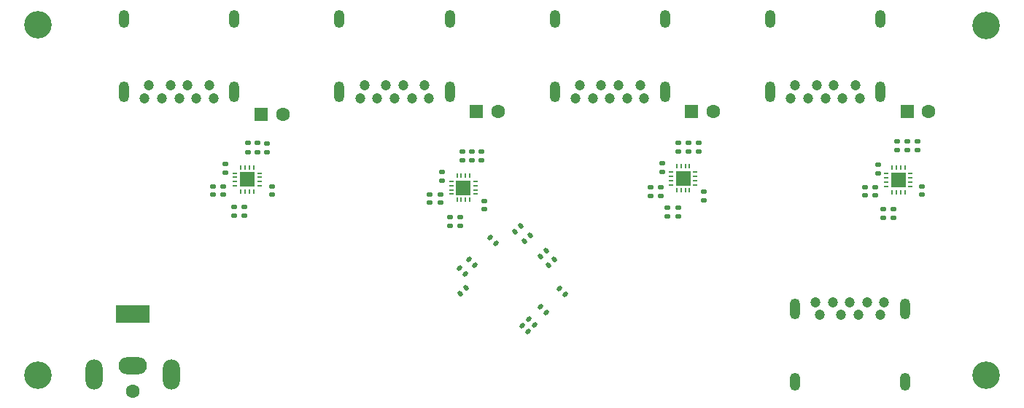
<source format=gbs>
G04 #@! TF.GenerationSoftware,KiCad,Pcbnew,(6.0.8)*
G04 #@! TF.CreationDate,2023-07-25T16:12:09-04:00*
G04 #@! TF.ProjectId,Hybrid USB Hub (USB3.0),48796272-6964-4205-9553-422048756220,v1.0*
G04 #@! TF.SameCoordinates,Original*
G04 #@! TF.FileFunction,Soldermask,Bot*
G04 #@! TF.FilePolarity,Negative*
%FSLAX46Y46*%
G04 Gerber Fmt 4.6, Leading zero omitted, Abs format (unit mm)*
G04 Created by KiCad (PCBNEW (6.0.8)) date 2023-07-25 16:12:09*
%MOMM*%
%LPD*%
G01*
G04 APERTURE LIST*
G04 Aperture macros list*
%AMRoundRect*
0 Rectangle with rounded corners*
0 $1 Rounding radius*
0 $2 $3 $4 $5 $6 $7 $8 $9 X,Y pos of 4 corners*
0 Add a 4 corners polygon primitive as box body*
4,1,4,$2,$3,$4,$5,$6,$7,$8,$9,$2,$3,0*
0 Add four circle primitives for the rounded corners*
1,1,$1+$1,$2,$3*
1,1,$1+$1,$4,$5*
1,1,$1+$1,$6,$7*
1,1,$1+$1,$8,$9*
0 Add four rect primitives between the rounded corners*
20,1,$1+$1,$2,$3,$4,$5,0*
20,1,$1+$1,$4,$5,$6,$7,0*
20,1,$1+$1,$6,$7,$8,$9,0*
20,1,$1+$1,$8,$9,$2,$3,0*%
G04 Aperture macros list end*
%ADD10C,1.200000*%
%ADD11O,1.200000X2.100000*%
%ADD12O,1.200000X2.400000*%
%ADD13R,1.600000X1.600000*%
%ADD14C,1.600000*%
%ADD15C,3.200000*%
%ADD16R,4.000000X2.000000*%
%ADD17O,3.300000X2.000000*%
%ADD18O,2.000000X3.500000*%
%ADD19RoundRect,0.140000X0.021213X-0.219203X0.219203X-0.021213X-0.021213X0.219203X-0.219203X0.021213X0*%
%ADD20RoundRect,0.135000X-0.185000X0.135000X-0.185000X-0.135000X0.185000X-0.135000X0.185000X0.135000X0*%
%ADD21RoundRect,0.135000X0.185000X-0.135000X0.185000X0.135000X-0.185000X0.135000X-0.185000X-0.135000X0*%
%ADD22RoundRect,0.140000X-0.170000X0.140000X-0.170000X-0.140000X0.170000X-0.140000X0.170000X0.140000X0*%
%ADD23C,0.600000*%
%ADD24R,1.659999X1.659999*%
%ADD25O,0.599999X0.240000*%
%ADD26O,0.240000X0.599999*%
%ADD27RoundRect,0.140000X-0.219203X-0.021213X-0.021213X-0.219203X0.219203X0.021213X0.021213X0.219203X0*%
%ADD28RoundRect,0.140000X0.219203X0.021213X0.021213X0.219203X-0.219203X-0.021213X-0.021213X-0.219203X0*%
%ADD29RoundRect,0.140000X-0.021213X0.219203X-0.219203X0.021213X0.021213X-0.219203X0.219203X-0.021213X0*%
G04 APERTURE END LIST*
D10*
X136870000Y-89130000D03*
X134370000Y-89130000D03*
X132370000Y-89130000D03*
X129870000Y-89130000D03*
X129370000Y-90630000D03*
X131370000Y-90630000D03*
X133370000Y-90630000D03*
X135370000Y-90630000D03*
X137370000Y-90630000D03*
D11*
X126970000Y-81380000D03*
D12*
X126970000Y-89880000D03*
D11*
X139770000Y-81380000D03*
D12*
X139770000Y-89880000D03*
D13*
X167864888Y-92130000D03*
D14*
X170364888Y-92130000D03*
D13*
X142864888Y-92130000D03*
D14*
X145364888Y-92130000D03*
D10*
X161870000Y-89130000D03*
X159370000Y-89130000D03*
X157370000Y-89130000D03*
X154870000Y-89130000D03*
X154370000Y-90630000D03*
X156370000Y-90630000D03*
X158370000Y-90630000D03*
X160370000Y-90630000D03*
X162370000Y-90630000D03*
D12*
X164770000Y-89880000D03*
X151970000Y-89880000D03*
D11*
X151970000Y-81380000D03*
X164770000Y-81380000D03*
D10*
X111870000Y-89130000D03*
X109370000Y-89130000D03*
X107370000Y-89130000D03*
X104870000Y-89130000D03*
X104370000Y-90630000D03*
X106370000Y-90630000D03*
X108370000Y-90630000D03*
X110370000Y-90630000D03*
X112370000Y-90630000D03*
D12*
X114770000Y-89880000D03*
D11*
X101970000Y-81380000D03*
D12*
X101970000Y-89880000D03*
D11*
X114770000Y-81380000D03*
D15*
X202000000Y-82200000D03*
D14*
X102995000Y-124700000D03*
D16*
X102995000Y-115700000D03*
D17*
X102995000Y-121700000D03*
D18*
X107495000Y-122700000D03*
X98495000Y-122700000D03*
D10*
X182720000Y-115830000D03*
X185220000Y-115830000D03*
X187220000Y-115830000D03*
X189720000Y-115830000D03*
X190220000Y-114330000D03*
X188220000Y-114330000D03*
X186220000Y-114330000D03*
X184220000Y-114330000D03*
X182220000Y-114330000D03*
D11*
X179820000Y-123580000D03*
D12*
X179820000Y-115080000D03*
D11*
X192620000Y-123580000D03*
D12*
X192620000Y-115080000D03*
D13*
X117920000Y-92480000D03*
D14*
X120420000Y-92480000D03*
D15*
X92000000Y-82100000D03*
D10*
X186870000Y-89130000D03*
X184370000Y-89130000D03*
X182370000Y-89130000D03*
X179870000Y-89130000D03*
X179370000Y-90630000D03*
X181370000Y-90630000D03*
X183370000Y-90630000D03*
X185370000Y-90630000D03*
X187370000Y-90630000D03*
D11*
X176970000Y-81380000D03*
D12*
X189770000Y-89880000D03*
X176970000Y-89880000D03*
D11*
X189770000Y-81380000D03*
D15*
X92000000Y-122800000D03*
D13*
X192864888Y-92130000D03*
D14*
X195364888Y-92130000D03*
D15*
X202000000Y-122800000D03*
D19*
X150270000Y-108980000D03*
X150948822Y-108301178D03*
D20*
X164420000Y-98170000D03*
X164420000Y-99190000D03*
D21*
X191670000Y-96630000D03*
X191670000Y-95610000D03*
D22*
X138670000Y-101820000D03*
X138670000Y-102780000D03*
D19*
X141016178Y-113333822D03*
X141695000Y-112655000D03*
X148430589Y-107219411D03*
X149109411Y-106540589D03*
D20*
X165070000Y-103310000D03*
X165070000Y-104330000D03*
D21*
X143420000Y-97880000D03*
X143420000Y-96860000D03*
D23*
X141870000Y-101530000D03*
D24*
X141370001Y-101030001D03*
D23*
X140869999Y-101530000D03*
X141870000Y-100530002D03*
X140869999Y-100530002D03*
D25*
X139970001Y-101780002D03*
X139970001Y-101280003D03*
X139970001Y-100780001D03*
X139970001Y-100280003D03*
D26*
X140620003Y-99630001D03*
X141120001Y-99630001D03*
X141620003Y-99630001D03*
X142120002Y-99630001D03*
D25*
X142770001Y-100280003D03*
X142770001Y-100780001D03*
X142770001Y-101280003D03*
X142770001Y-101780002D03*
D26*
X142120002Y-102430001D03*
X141620003Y-102430001D03*
X141120001Y-102430001D03*
X140620003Y-102430001D03*
D21*
X167470000Y-96789998D03*
X167470000Y-95769998D03*
D27*
X150330589Y-114840589D03*
X151009411Y-115519411D03*
D20*
X190070000Y-103510000D03*
X190070000Y-104530000D03*
D23*
X191369998Y-99630001D03*
D24*
X191870000Y-100130000D03*
D23*
X191369998Y-100629999D03*
X192369999Y-99630001D03*
X192369999Y-100629999D03*
D25*
X190470000Y-100880001D03*
X190470000Y-100380002D03*
X190470000Y-99880000D03*
X190470000Y-99380002D03*
D26*
X191120002Y-98730000D03*
X191620000Y-98730000D03*
X192120002Y-98730000D03*
X192620001Y-98730000D03*
D25*
X193270000Y-99380002D03*
X193270000Y-99880000D03*
X193270000Y-100380002D03*
X193270000Y-100880001D03*
D26*
X192620001Y-101530000D03*
X192120002Y-101530000D03*
X191620000Y-101530000D03*
X191120002Y-101530000D03*
D21*
X142320000Y-97880000D03*
X142320000Y-96860000D03*
D22*
X143770000Y-102585000D03*
X143770000Y-103545000D03*
D28*
X145109411Y-107519411D03*
X144430589Y-106840589D03*
D19*
X151230589Y-110019411D03*
X151909411Y-109340589D03*
D22*
X194570000Y-100900000D03*
X194570000Y-101860000D03*
D20*
X113720000Y-98270000D03*
X113720000Y-99290000D03*
D22*
X187970000Y-100970000D03*
X187970000Y-101930000D03*
D23*
X167369999Y-99430001D03*
X166369998Y-100429999D03*
X167369999Y-100429999D03*
X166369998Y-99430001D03*
D24*
X166870000Y-99930000D03*
D25*
X165470000Y-100680001D03*
X165470000Y-100180002D03*
X165470000Y-99680000D03*
X165470000Y-99180002D03*
D26*
X166120002Y-98530000D03*
X166620000Y-98530000D03*
X167120002Y-98530000D03*
X167620001Y-98530000D03*
D25*
X168270000Y-99180002D03*
X168270000Y-99680000D03*
X168270000Y-100180002D03*
X168270000Y-100680001D03*
D26*
X167620001Y-101330000D03*
X167120002Y-101330000D03*
X166620000Y-101330000D03*
X166120002Y-101330000D03*
D22*
X169270000Y-101500000D03*
X169270000Y-102460000D03*
X137420000Y-101820000D03*
X137420000Y-102780000D03*
D28*
X142709411Y-110019411D03*
X142030589Y-109340589D03*
D22*
X189170000Y-100970000D03*
X189170000Y-101930000D03*
D21*
X192870000Y-96630000D03*
X192870000Y-95610000D03*
D20*
X189470000Y-98370000D03*
X189470000Y-99390000D03*
D21*
X117420000Y-96870001D03*
X117420000Y-95850001D03*
D28*
X141609411Y-111019411D03*
X140930589Y-110340589D03*
D21*
X116320000Y-96870001D03*
X116320000Y-95850001D03*
D22*
X164270000Y-100999998D03*
X164270000Y-101959998D03*
D24*
X116270000Y-100079998D03*
D23*
X115769998Y-100579997D03*
X115769998Y-99579999D03*
X116769999Y-100579997D03*
X116769999Y-99579999D03*
D25*
X114870000Y-100829999D03*
X114870000Y-100330000D03*
X114870000Y-99829998D03*
X114870000Y-99330000D03*
D26*
X115520002Y-98679998D03*
X116020000Y-98679998D03*
X116520002Y-98679998D03*
X117020001Y-98679998D03*
D25*
X117670000Y-99330000D03*
X117670000Y-99829998D03*
X117670000Y-100330000D03*
X117670000Y-100829999D03*
D26*
X117020001Y-101479998D03*
X116520002Y-101479998D03*
X116020000Y-101479998D03*
X115520002Y-101479998D03*
D27*
X148230589Y-117040589D03*
X148909411Y-117719411D03*
D28*
X153219411Y-113409411D03*
X152540589Y-112730589D03*
D21*
X194070000Y-96630000D03*
X194070000Y-95610000D03*
D29*
X148009411Y-105440589D03*
X147330589Y-106119411D03*
D20*
X138870000Y-99220000D03*
X138870000Y-100240000D03*
X115970000Y-103260000D03*
X115970000Y-104280000D03*
D21*
X168670000Y-96789998D03*
X168670000Y-95769998D03*
X118520000Y-96880000D03*
X118520000Y-95860000D03*
D20*
X166270000Y-103310000D03*
X166270000Y-104330000D03*
D22*
X113470000Y-100850000D03*
X113470000Y-101810000D03*
D21*
X166270000Y-96789998D03*
X166270000Y-95769998D03*
X141220000Y-97880001D03*
X141220000Y-96860001D03*
D22*
X119120000Y-100850000D03*
X119120000Y-101810000D03*
X112270000Y-100850000D03*
X112270000Y-101810000D03*
D20*
X114770000Y-103260000D03*
X114770000Y-104280000D03*
D28*
X149609411Y-117019411D03*
X148930589Y-116340589D03*
D20*
X141000000Y-104430000D03*
X141000000Y-105450000D03*
X139850000Y-104430001D03*
X139850000Y-105450001D03*
D22*
X163070000Y-100999998D03*
X163070000Y-101959998D03*
D20*
X191270000Y-103510000D03*
X191270000Y-104530000D03*
M02*

</source>
